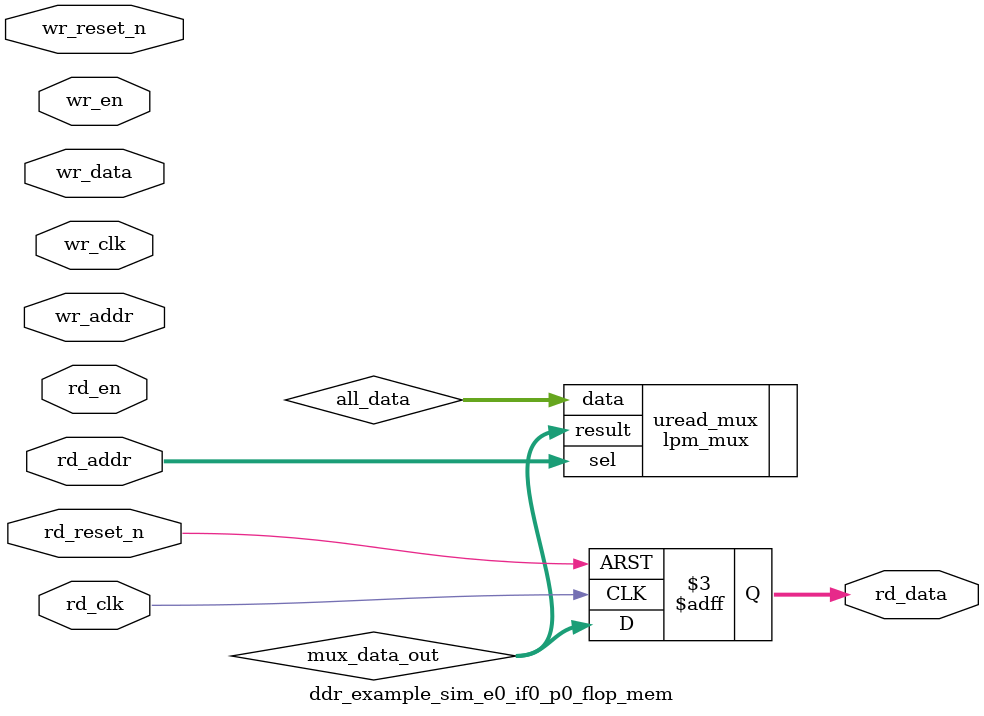
<source format=v>



`timescale 1 ps / 1 ps

(* altera_attribute = "-name ALLOW_SYNCH_CTRL_USAGE ON;-name AUTO_CLOCK_ENABLE_RECOGNITION ON" *)
module ddr_example_sim_e0_if0_p0_flop_mem(
	wr_reset_n,
	wr_clk,
	wr_en,
	wr_addr,
	wr_data,
	rd_reset_n,
	rd_clk,
	rd_en,
	rd_addr,
	rd_data
);

parameter WRITE_MEM_DEPTH	= "";
parameter WRITE_ADDR_WIDTH	= "";
parameter WRITE_DATA_WIDTH	= "";
parameter READ_MEM_DEPTH	= "";
parameter READ_ADDR_WIDTH	= "";		 
parameter READ_DATA_WIDTH	= "";


input	wr_reset_n;
input	wr_clk;
input	wr_en;
input	[WRITE_ADDR_WIDTH-1:0] wr_addr;
input	[WRITE_DATA_WIDTH-1:0] wr_data;
input	rd_reset_n;
input	rd_clk;
input	rd_en;
input	[READ_ADDR_WIDTH-1:0] rd_addr;
output	[READ_DATA_WIDTH-1:0] rd_data;



wire	[WRITE_DATA_WIDTH*WRITE_MEM_DEPTH-1:0] all_data;
wire	[READ_DATA_WIDTH-1:0] mux_data_out;



// declare a memory with WRITE_MEM_DEPTH entries
// each entry contains a data size of WRITE_DATA_WIDTH
reg	[WRITE_DATA_WIDTH-1:0] data_stored [0:WRITE_MEM_DEPTH-1] /* synthesis syn_preserve = 1 */;
reg	[READ_DATA_WIDTH-1:0] rd_data;

generate
genvar entry;
	for (entry=0; entry < WRITE_MEM_DEPTH; entry=entry+1)
	begin: mem_location
		assign all_data[(WRITE_DATA_WIDTH*(entry+1)-1) : (WRITE_DATA_WIDTH*entry)] = data_stored[entry]; 
		
		always @(posedge wr_clk or negedge wr_reset_n)
		begin
			if (~wr_reset_n) begin
				data_stored[entry] <= {WRITE_DATA_WIDTH{1'b0}};
			end else begin
				if (wr_en) begin
					if (entry == wr_addr) begin
						data_stored[entry] <= wr_data;
					end
				end
			end
		end		
	end
endgenerate

// mux to select the correct output data based on read address
lpm_mux	uread_mux(
	.sel (rd_addr),
	.data (all_data),
	.result (mux_data_out)
	// synopsys translate_off
	,
	.aclr (),
	.clken (),
	.clock ()
	// synopsys translate_on
	);
 defparam uread_mux.lpm_size = READ_MEM_DEPTH;
 defparam uread_mux.lpm_type = "LPM_MUX";
 defparam uread_mux.lpm_width = READ_DATA_WIDTH;
 defparam uread_mux.lpm_widths = READ_ADDR_WIDTH;

always @(posedge rd_clk or negedge rd_reset_n)	
begin
	if (~rd_reset_n) begin
		rd_data <= {READ_DATA_WIDTH{1'b0}};
	end else begin
		rd_data <= mux_data_out;
	end
end

endmodule

</source>
